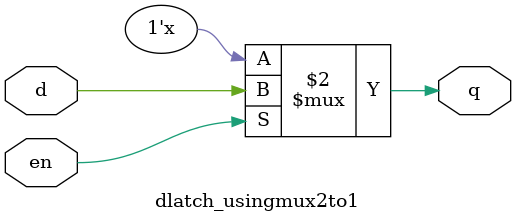
<source format=v>
`timescale 1ns / 1ps

module dlatch_usingmux2to1(
input wire d,
input wire en,
output reg q
);
always@(*)begin
q = en ? d : q;
end
endmodule

</source>
